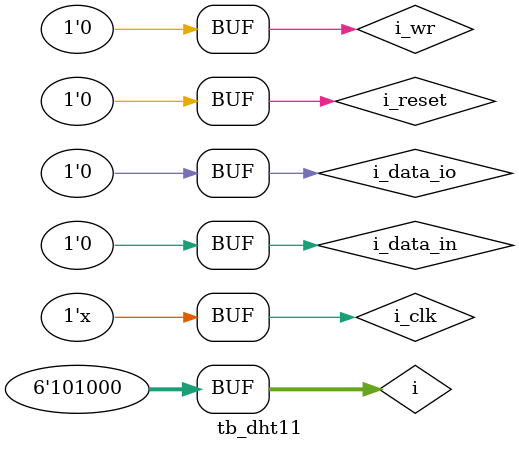
<source format=v>
`timescale 1ns / 1ps


`timescale 1ns / 1ps

module tb_dht11();

    reg i_clk;
    reg i_reset;
    reg i_wr;
    reg i_data_in;
    reg [5:0] i;

    wire [$clog2(11600) - 1:0] o_humidity;
    wire [$clog2(11600) - 1:0] o_temperature;


    tri i_data_io;
    assign i_data_io = (i_wr) ? 1'bZ : i_data_in;



    parameter [7:0] humidity_i = 8'h30;
    parameter [7:0] humidity_f = 8'h00;
    parameter [7:0] temperature_i = 8'h17;
    parameter [7:0] temperature_f = 8'h00;
    parameter [7:0] checksum = 8'h47;
    parameter [39:0] data = { humidity_i, humidity_f, temperature_i, temperature_f, checksum }; 


    DHT11_CONTROLLER_TEST_BENCH DUT(
        .clk(i_clk),
        .reset(i_reset),
        .data_io(i_data_io),
        .humidity(o_humidity),
        .temperature(o_temperature)
    );


    always #5 i_clk = ~i_clk;


        initial begin
            i_clk = 0;
            i_reset = 1;
            i_wr = 1;
           #10 i_reset = 0;
           #17_900_000 

            #30000 i_wr = 0 ;i_data_in = 0;
            #80000 i_data_in = 1;
            #80000 i_data_in = 0;
           
           for (i = 0; i < 40; i = i + 1) begin
                if (data[39-i]) begin  // send data 1
                    #50000 i_data_in = 1;  
                    #70000 i_data_in = 0;  
                end else begin        // send data 0
                    #50000 i_data_in = 1;  
                    #30000 i_data_in = 0;  
                end
            end

        #10000;     

        end





endmodule
</source>
